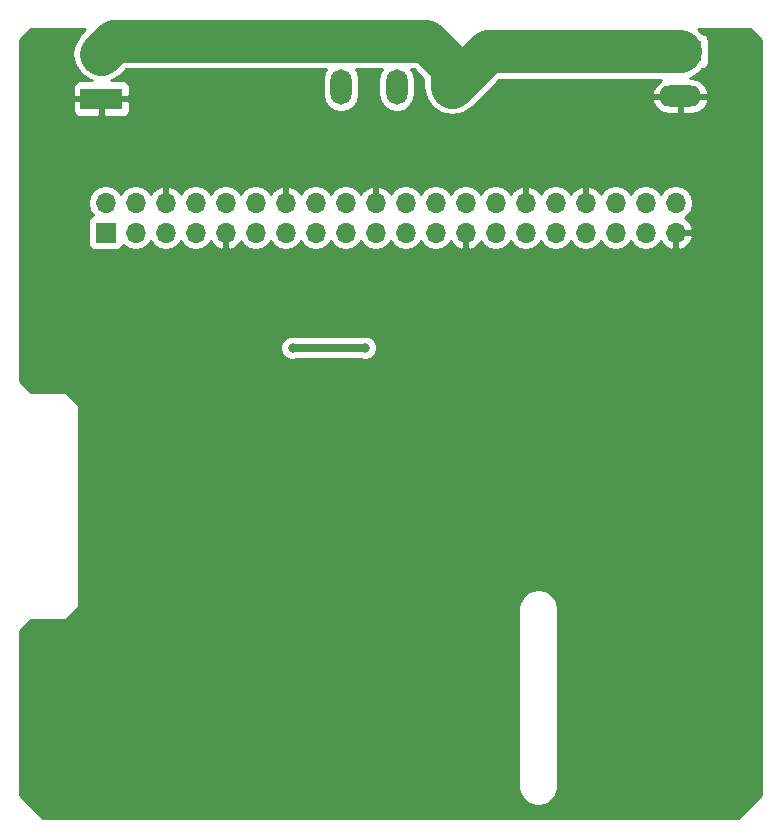
<source format=gbl>
G04 #@! TF.GenerationSoftware,KiCad,Pcbnew,(2017-02-06 revision 13395d34d)-master*
G04 #@! TF.CreationDate,2017-03-09T15:05:37-03:00*
G04 #@! TF.ProjectId,beast-phat,62656173742D706861742E6B69636164,rev?*
G04 #@! TF.FileFunction,Copper,L2,Bot,Signal*
G04 #@! TF.FilePolarity,Positive*
%FSLAX46Y46*%
G04 Gerber Fmt 4.6, Leading zero omitted, Abs format (unit mm)*
G04 Created by KiCad (PCBNEW (2017-02-06 revision 13395d34d)-master) date Thu Mar  9 15:05:37 2017*
%MOMM*%
%LPD*%
G01*
G04 APERTURE LIST*
%ADD10C,0.100000*%
%ADD11R,3.600000X1.800000*%
%ADD12O,3.600000X1.800000*%
%ADD13O,1.800000X3.000000*%
%ADD14O,1.700000X1.700000*%
%ADD15R,1.700000X1.700000*%
%ADD16C,0.800000*%
%ADD17C,0.700000*%
%ADD18C,3.600000*%
%ADD19C,0.254000*%
G04 APERTURE END LIST*
D10*
D11*
X102000000Y-63000000D03*
D12*
X102000000Y-59190000D03*
X151000000Y-62810000D03*
D11*
X151000000Y-59000000D03*
D13*
X131700000Y-62000000D03*
X127000000Y-62000000D03*
X122300000Y-62000000D03*
D14*
X150625000Y-71810000D03*
X150625000Y-74350000D03*
X148085000Y-71810000D03*
X148085000Y-74350000D03*
X145545000Y-71810000D03*
X145545000Y-74350000D03*
X143005000Y-71810000D03*
X143005000Y-74350000D03*
X140465000Y-71810000D03*
X140465000Y-74350000D03*
X137925000Y-71810000D03*
X137925000Y-74350000D03*
X135385000Y-71810000D03*
X135385000Y-74350000D03*
X132845000Y-71810000D03*
X132845000Y-74350000D03*
X130305000Y-71810000D03*
X130305000Y-74350000D03*
X127765000Y-71810000D03*
X127765000Y-74350000D03*
X125225000Y-71810000D03*
X125225000Y-74350000D03*
X122685000Y-71810000D03*
X122685000Y-74350000D03*
X120145000Y-71810000D03*
X120145000Y-74350000D03*
X117605000Y-71810000D03*
X117605000Y-74350000D03*
X115065000Y-71810000D03*
X115065000Y-74350000D03*
X112525000Y-71810000D03*
X112525000Y-74350000D03*
X109985000Y-71810000D03*
X109985000Y-74350000D03*
X107445000Y-71810000D03*
X107445000Y-74350000D03*
X104905000Y-71810000D03*
X104905000Y-74350000D03*
X102365000Y-71810000D03*
D15*
X102365000Y-74350000D03*
D16*
X120015000Y-89660000D03*
X119300000Y-88600000D03*
X120700000Y-88600000D03*
X119300000Y-90600000D03*
X120700000Y-90600000D03*
X124300000Y-84100000D03*
X118200000Y-84100000D03*
D17*
X118200000Y-84100000D02*
X124300000Y-84100000D01*
D18*
X102000000Y-59190000D02*
X102010000Y-59190000D01*
X102010000Y-59190000D02*
X103100000Y-58100000D01*
X131700000Y-60300000D02*
X131700000Y-62000000D01*
X129500000Y-58100000D02*
X131700000Y-60300000D01*
X103100000Y-58100000D02*
X129500000Y-58100000D01*
X131700000Y-62000000D02*
X134700000Y-59000000D01*
X134700000Y-59000000D02*
X151000000Y-59000000D01*
D19*
G36*
X100308332Y-57448058D02*
X100278195Y-57468195D01*
X99750353Y-58258166D01*
X99702065Y-58500925D01*
X99634141Y-58602581D01*
X99517296Y-59190000D01*
X99634141Y-59777419D01*
X99702065Y-59879075D01*
X99750353Y-60121834D01*
X100278195Y-60911805D01*
X101068166Y-61439647D01*
X101195624Y-61465000D01*
X100073690Y-61465000D01*
X99840301Y-61561673D01*
X99661673Y-61740302D01*
X99565000Y-61973691D01*
X99565000Y-62714250D01*
X99723750Y-62873000D01*
X101873000Y-62873000D01*
X101873000Y-62853000D01*
X102127000Y-62853000D01*
X102127000Y-62873000D01*
X104276250Y-62873000D01*
X104435000Y-62714250D01*
X104435000Y-61973691D01*
X104338327Y-61740302D01*
X104159699Y-61561673D01*
X103926310Y-61465000D01*
X102814377Y-61465000D01*
X102941835Y-61439647D01*
X103731805Y-60911805D01*
X104108610Y-60535000D01*
X121039371Y-60535000D01*
X120881845Y-60770754D01*
X120765000Y-61358173D01*
X120765000Y-62641827D01*
X120881845Y-63229246D01*
X121214591Y-63727236D01*
X121712581Y-64059982D01*
X122300000Y-64176827D01*
X122887419Y-64059982D01*
X123385409Y-63727236D01*
X123718155Y-63229246D01*
X123835000Y-62641827D01*
X123835000Y-61358173D01*
X123718155Y-60770754D01*
X123560629Y-60535000D01*
X125739371Y-60535000D01*
X125581845Y-60770754D01*
X125465000Y-61358173D01*
X125465000Y-62641827D01*
X125581845Y-63229246D01*
X125914591Y-63727236D01*
X126412581Y-64059982D01*
X127000000Y-64176827D01*
X127587419Y-64059982D01*
X128085409Y-63727236D01*
X128418155Y-63229246D01*
X128535000Y-62641827D01*
X128535000Y-61358173D01*
X128418155Y-60770754D01*
X128260629Y-60535000D01*
X128491390Y-60535000D01*
X129265000Y-61308610D01*
X129265000Y-62000000D01*
X129450353Y-62931835D01*
X129978195Y-63721805D01*
X130768165Y-64249647D01*
X131700000Y-64435000D01*
X132631835Y-64249647D01*
X133421805Y-63721805D01*
X133968870Y-63174740D01*
X148608964Y-63174740D01*
X148633244Y-63280086D01*
X148924788Y-63805606D01*
X149395248Y-64179554D01*
X149973000Y-64345000D01*
X150873000Y-64345000D01*
X150873000Y-62937000D01*
X151127000Y-62937000D01*
X151127000Y-64345000D01*
X152027000Y-64345000D01*
X152604752Y-64179554D01*
X153075212Y-63805606D01*
X153366756Y-63280086D01*
X153391036Y-63174740D01*
X153270378Y-62937000D01*
X151127000Y-62937000D01*
X150873000Y-62937000D01*
X148729622Y-62937000D01*
X148608964Y-63174740D01*
X133968870Y-63174740D01*
X135708610Y-61435000D01*
X149414266Y-61435000D01*
X149395248Y-61440446D01*
X148924788Y-61814394D01*
X148633244Y-62339914D01*
X148608964Y-62445260D01*
X148729622Y-62683000D01*
X150873000Y-62683000D01*
X150873000Y-62663000D01*
X151127000Y-62663000D01*
X151127000Y-62683000D01*
X153270378Y-62683000D01*
X153391036Y-62445260D01*
X153366756Y-62339914D01*
X153075212Y-61814394D01*
X152604752Y-61440446D01*
X152027000Y-61275000D01*
X151804376Y-61275000D01*
X151931834Y-61249647D01*
X152721805Y-60721805D01*
X152844184Y-60538651D01*
X153047765Y-60498157D01*
X153257809Y-60357809D01*
X153398157Y-60147765D01*
X153447440Y-59900000D01*
X153447440Y-58100000D01*
X153398157Y-57852235D01*
X153257809Y-57642191D01*
X153047765Y-57501843D01*
X152844184Y-57461349D01*
X152721805Y-57278195D01*
X152495526Y-57127000D01*
X156947394Y-57127000D01*
X157873000Y-58052606D01*
X157873000Y-121947394D01*
X155947394Y-123873000D01*
X97052606Y-123873000D01*
X95127000Y-121947394D01*
X95127000Y-108052606D01*
X96052606Y-107127000D01*
X99000000Y-107127000D01*
X99048601Y-107117333D01*
X99089803Y-107089803D01*
X99974606Y-106205000D01*
X137310000Y-106205000D01*
X137310000Y-121205000D01*
X137323162Y-121271170D01*
X137323162Y-121338636D01*
X137399282Y-121721319D01*
X137469152Y-121890000D01*
X137501563Y-121968248D01*
X137718336Y-122292672D01*
X137907328Y-122481664D01*
X138231751Y-122698437D01*
X138334032Y-122740803D01*
X138478681Y-122800718D01*
X138861364Y-122876838D01*
X139128636Y-122876838D01*
X139511319Y-122800718D01*
X139758248Y-122698437D01*
X139758249Y-122698436D01*
X140082672Y-122481664D01*
X140271664Y-122292672D01*
X140488437Y-121968249D01*
X140530803Y-121865968D01*
X140590718Y-121721319D01*
X140666838Y-121338636D01*
X140666838Y-121271170D01*
X140680000Y-121205000D01*
X140680000Y-106205000D01*
X140666838Y-106138830D01*
X140666838Y-106071364D01*
X140590718Y-105688681D01*
X140510594Y-105495243D01*
X140488437Y-105441751D01*
X140271664Y-105117328D01*
X140082672Y-104928336D01*
X139758248Y-104711563D01*
X139742403Y-104705000D01*
X139511319Y-104609282D01*
X139128636Y-104533162D01*
X138995000Y-104533162D01*
X138478681Y-104609282D01*
X138334032Y-104669197D01*
X138231751Y-104711563D01*
X137907328Y-104928336D01*
X137718336Y-105117328D01*
X137501564Y-105441751D01*
X137501563Y-105441752D01*
X137399282Y-105688681D01*
X137323162Y-106071364D01*
X137323162Y-106138830D01*
X137310000Y-106205000D01*
X99974606Y-106205000D01*
X100089803Y-106089803D01*
X100117333Y-106048601D01*
X100127000Y-106000000D01*
X100127000Y-89000000D01*
X100117333Y-88951399D01*
X100089803Y-88910197D01*
X99089803Y-87910197D01*
X99048601Y-87882667D01*
X99000000Y-87873000D01*
X96052606Y-87873000D01*
X95127000Y-86947394D01*
X95127000Y-84304971D01*
X117164821Y-84304971D01*
X117322058Y-84685515D01*
X117612954Y-84976919D01*
X117993223Y-85134820D01*
X118404971Y-85135179D01*
X118526414Y-85085000D01*
X123973243Y-85085000D01*
X124093223Y-85134820D01*
X124504971Y-85135179D01*
X124885515Y-84977942D01*
X125176919Y-84687046D01*
X125334820Y-84306777D01*
X125335179Y-83895029D01*
X125177942Y-83514485D01*
X124887046Y-83223081D01*
X124506777Y-83065180D01*
X124095029Y-83064821D01*
X123973586Y-83115000D01*
X118526757Y-83115000D01*
X118406777Y-83065180D01*
X117995029Y-83064821D01*
X117614485Y-83222058D01*
X117323081Y-83512954D01*
X117165180Y-83893223D01*
X117164821Y-84304971D01*
X95127000Y-84304971D01*
X95127000Y-73500000D01*
X100867560Y-73500000D01*
X100867560Y-75200000D01*
X100916843Y-75447765D01*
X101057191Y-75657809D01*
X101267235Y-75798157D01*
X101515000Y-75847440D01*
X103215000Y-75847440D01*
X103462765Y-75798157D01*
X103672809Y-75657809D01*
X103813157Y-75447765D01*
X103825597Y-75385223D01*
X103854946Y-75429147D01*
X104336715Y-75751054D01*
X104905000Y-75864093D01*
X105473285Y-75751054D01*
X105955054Y-75429147D01*
X106175000Y-75099974D01*
X106394946Y-75429147D01*
X106876715Y-75751054D01*
X107445000Y-75864093D01*
X108013285Y-75751054D01*
X108495054Y-75429147D01*
X108715000Y-75099974D01*
X108934946Y-75429147D01*
X109416715Y-75751054D01*
X109985000Y-75864093D01*
X110553285Y-75751054D01*
X111035054Y-75429147D01*
X111262702Y-75088447D01*
X111329817Y-75231358D01*
X111758076Y-75621645D01*
X112168110Y-75791476D01*
X112398000Y-75670155D01*
X112398000Y-74477000D01*
X112378000Y-74477000D01*
X112378000Y-74223000D01*
X112398000Y-74223000D01*
X112398000Y-74203000D01*
X112652000Y-74203000D01*
X112652000Y-74223000D01*
X112672000Y-74223000D01*
X112672000Y-74477000D01*
X112652000Y-74477000D01*
X112652000Y-75670155D01*
X112881890Y-75791476D01*
X113291924Y-75621645D01*
X113720183Y-75231358D01*
X113787298Y-75088447D01*
X114014946Y-75429147D01*
X114496715Y-75751054D01*
X115065000Y-75864093D01*
X115633285Y-75751054D01*
X116115054Y-75429147D01*
X116335000Y-75099974D01*
X116554946Y-75429147D01*
X117036715Y-75751054D01*
X117605000Y-75864093D01*
X118173285Y-75751054D01*
X118655054Y-75429147D01*
X118875000Y-75099974D01*
X119094946Y-75429147D01*
X119576715Y-75751054D01*
X120145000Y-75864093D01*
X120713285Y-75751054D01*
X121195054Y-75429147D01*
X121415000Y-75099974D01*
X121634946Y-75429147D01*
X122116715Y-75751054D01*
X122685000Y-75864093D01*
X123253285Y-75751054D01*
X123735054Y-75429147D01*
X123955000Y-75099974D01*
X124174946Y-75429147D01*
X124656715Y-75751054D01*
X125225000Y-75864093D01*
X125793285Y-75751054D01*
X126275054Y-75429147D01*
X126495000Y-75099974D01*
X126714946Y-75429147D01*
X127196715Y-75751054D01*
X127765000Y-75864093D01*
X128333285Y-75751054D01*
X128815054Y-75429147D01*
X129035000Y-75099974D01*
X129254946Y-75429147D01*
X129736715Y-75751054D01*
X130305000Y-75864093D01*
X130873285Y-75751054D01*
X131355054Y-75429147D01*
X131582702Y-75088447D01*
X131649817Y-75231358D01*
X132078076Y-75621645D01*
X132488110Y-75791476D01*
X132718000Y-75670155D01*
X132718000Y-74477000D01*
X132698000Y-74477000D01*
X132698000Y-74223000D01*
X132718000Y-74223000D01*
X132718000Y-74203000D01*
X132972000Y-74203000D01*
X132972000Y-74223000D01*
X132992000Y-74223000D01*
X132992000Y-74477000D01*
X132972000Y-74477000D01*
X132972000Y-75670155D01*
X133201890Y-75791476D01*
X133611924Y-75621645D01*
X134040183Y-75231358D01*
X134107298Y-75088447D01*
X134334946Y-75429147D01*
X134816715Y-75751054D01*
X135385000Y-75864093D01*
X135953285Y-75751054D01*
X136435054Y-75429147D01*
X136655000Y-75099974D01*
X136874946Y-75429147D01*
X137356715Y-75751054D01*
X137925000Y-75864093D01*
X138493285Y-75751054D01*
X138975054Y-75429147D01*
X139195000Y-75099974D01*
X139414946Y-75429147D01*
X139896715Y-75751054D01*
X140465000Y-75864093D01*
X141033285Y-75751054D01*
X141515054Y-75429147D01*
X141735000Y-75099974D01*
X141954946Y-75429147D01*
X142436715Y-75751054D01*
X143005000Y-75864093D01*
X143573285Y-75751054D01*
X144055054Y-75429147D01*
X144275000Y-75099974D01*
X144494946Y-75429147D01*
X144976715Y-75751054D01*
X145545000Y-75864093D01*
X146113285Y-75751054D01*
X146595054Y-75429147D01*
X146815000Y-75099974D01*
X147034946Y-75429147D01*
X147516715Y-75751054D01*
X148085000Y-75864093D01*
X148653285Y-75751054D01*
X149135054Y-75429147D01*
X149362702Y-75088447D01*
X149429817Y-75231358D01*
X149858076Y-75621645D01*
X150268110Y-75791476D01*
X150498000Y-75670155D01*
X150498000Y-74477000D01*
X150752000Y-74477000D01*
X150752000Y-75670155D01*
X150981890Y-75791476D01*
X151391924Y-75621645D01*
X151820183Y-75231358D01*
X152066486Y-74706892D01*
X151945819Y-74477000D01*
X150752000Y-74477000D01*
X150498000Y-74477000D01*
X150478000Y-74477000D01*
X150478000Y-74223000D01*
X150498000Y-74223000D01*
X150498000Y-74203000D01*
X150752000Y-74203000D01*
X150752000Y-74223000D01*
X151945819Y-74223000D01*
X152066486Y-73993108D01*
X151820183Y-73468642D01*
X151391924Y-73078355D01*
X151391899Y-73078345D01*
X151675054Y-72889147D01*
X151996961Y-72407378D01*
X152110000Y-71839093D01*
X152110000Y-71780907D01*
X151996961Y-71212622D01*
X151675054Y-70730853D01*
X151193285Y-70408946D01*
X150625000Y-70295907D01*
X150056715Y-70408946D01*
X149574946Y-70730853D01*
X149355000Y-71060026D01*
X149135054Y-70730853D01*
X148653285Y-70408946D01*
X148085000Y-70295907D01*
X147516715Y-70408946D01*
X147034946Y-70730853D01*
X146815000Y-71060026D01*
X146595054Y-70730853D01*
X146113285Y-70408946D01*
X145545000Y-70295907D01*
X144976715Y-70408946D01*
X144494946Y-70730853D01*
X144267298Y-71071553D01*
X144200183Y-70928642D01*
X143771924Y-70538355D01*
X143361890Y-70368524D01*
X143132000Y-70489845D01*
X143132000Y-71683000D01*
X143152000Y-71683000D01*
X143152000Y-71937000D01*
X143132000Y-71937000D01*
X143132000Y-71957000D01*
X142878000Y-71957000D01*
X142878000Y-71937000D01*
X142858000Y-71937000D01*
X142858000Y-71683000D01*
X142878000Y-71683000D01*
X142878000Y-70489845D01*
X142648110Y-70368524D01*
X142238076Y-70538355D01*
X141809817Y-70928642D01*
X141742702Y-71071553D01*
X141515054Y-70730853D01*
X141033285Y-70408946D01*
X140465000Y-70295907D01*
X139896715Y-70408946D01*
X139414946Y-70730853D01*
X139187298Y-71071553D01*
X139120183Y-70928642D01*
X138691924Y-70538355D01*
X138281890Y-70368524D01*
X138052000Y-70489845D01*
X138052000Y-71683000D01*
X138072000Y-71683000D01*
X138072000Y-71937000D01*
X138052000Y-71937000D01*
X138052000Y-71957000D01*
X137798000Y-71957000D01*
X137798000Y-71937000D01*
X137778000Y-71937000D01*
X137778000Y-71683000D01*
X137798000Y-71683000D01*
X137798000Y-70489845D01*
X137568110Y-70368524D01*
X137158076Y-70538355D01*
X136729817Y-70928642D01*
X136662702Y-71071553D01*
X136435054Y-70730853D01*
X135953285Y-70408946D01*
X135385000Y-70295907D01*
X134816715Y-70408946D01*
X134334946Y-70730853D01*
X134115000Y-71060026D01*
X133895054Y-70730853D01*
X133413285Y-70408946D01*
X132845000Y-70295907D01*
X132276715Y-70408946D01*
X131794946Y-70730853D01*
X131575000Y-71060026D01*
X131355054Y-70730853D01*
X130873285Y-70408946D01*
X130305000Y-70295907D01*
X129736715Y-70408946D01*
X129254946Y-70730853D01*
X129035000Y-71060026D01*
X128815054Y-70730853D01*
X128333285Y-70408946D01*
X127765000Y-70295907D01*
X127196715Y-70408946D01*
X126714946Y-70730853D01*
X126487298Y-71071553D01*
X126420183Y-70928642D01*
X125991924Y-70538355D01*
X125581890Y-70368524D01*
X125352000Y-70489845D01*
X125352000Y-71683000D01*
X125372000Y-71683000D01*
X125372000Y-71937000D01*
X125352000Y-71937000D01*
X125352000Y-71957000D01*
X125098000Y-71957000D01*
X125098000Y-71937000D01*
X125078000Y-71937000D01*
X125078000Y-71683000D01*
X125098000Y-71683000D01*
X125098000Y-70489845D01*
X124868110Y-70368524D01*
X124458076Y-70538355D01*
X124029817Y-70928642D01*
X123962702Y-71071553D01*
X123735054Y-70730853D01*
X123253285Y-70408946D01*
X122685000Y-70295907D01*
X122116715Y-70408946D01*
X121634946Y-70730853D01*
X121415000Y-71060026D01*
X121195054Y-70730853D01*
X120713285Y-70408946D01*
X120145000Y-70295907D01*
X119576715Y-70408946D01*
X119094946Y-70730853D01*
X118867298Y-71071553D01*
X118800183Y-70928642D01*
X118371924Y-70538355D01*
X117961890Y-70368524D01*
X117732000Y-70489845D01*
X117732000Y-71683000D01*
X117752000Y-71683000D01*
X117752000Y-71937000D01*
X117732000Y-71937000D01*
X117732000Y-71957000D01*
X117478000Y-71957000D01*
X117478000Y-71937000D01*
X117458000Y-71937000D01*
X117458000Y-71683000D01*
X117478000Y-71683000D01*
X117478000Y-70489845D01*
X117248110Y-70368524D01*
X116838076Y-70538355D01*
X116409817Y-70928642D01*
X116342702Y-71071553D01*
X116115054Y-70730853D01*
X115633285Y-70408946D01*
X115065000Y-70295907D01*
X114496715Y-70408946D01*
X114014946Y-70730853D01*
X113795000Y-71060026D01*
X113575054Y-70730853D01*
X113093285Y-70408946D01*
X112525000Y-70295907D01*
X111956715Y-70408946D01*
X111474946Y-70730853D01*
X111255000Y-71060026D01*
X111035054Y-70730853D01*
X110553285Y-70408946D01*
X109985000Y-70295907D01*
X109416715Y-70408946D01*
X108934946Y-70730853D01*
X108707298Y-71071553D01*
X108640183Y-70928642D01*
X108211924Y-70538355D01*
X107801890Y-70368524D01*
X107572000Y-70489845D01*
X107572000Y-71683000D01*
X107592000Y-71683000D01*
X107592000Y-71937000D01*
X107572000Y-71937000D01*
X107572000Y-71957000D01*
X107318000Y-71957000D01*
X107318000Y-71937000D01*
X107298000Y-71937000D01*
X107298000Y-71683000D01*
X107318000Y-71683000D01*
X107318000Y-70489845D01*
X107088110Y-70368524D01*
X106678076Y-70538355D01*
X106249817Y-70928642D01*
X106182702Y-71071553D01*
X105955054Y-70730853D01*
X105473285Y-70408946D01*
X104905000Y-70295907D01*
X104336715Y-70408946D01*
X103854946Y-70730853D01*
X103635000Y-71060026D01*
X103415054Y-70730853D01*
X102933285Y-70408946D01*
X102365000Y-70295907D01*
X101796715Y-70408946D01*
X101314946Y-70730853D01*
X100993039Y-71212622D01*
X100880000Y-71780907D01*
X100880000Y-71839093D01*
X100993039Y-72407378D01*
X101314946Y-72889147D01*
X101318643Y-72891617D01*
X101267235Y-72901843D01*
X101057191Y-73042191D01*
X100916843Y-73252235D01*
X100867560Y-73500000D01*
X95127000Y-73500000D01*
X95127000Y-63285750D01*
X99565000Y-63285750D01*
X99565000Y-64026309D01*
X99661673Y-64259698D01*
X99840301Y-64438327D01*
X100073690Y-64535000D01*
X101714250Y-64535000D01*
X101873000Y-64376250D01*
X101873000Y-63127000D01*
X102127000Y-63127000D01*
X102127000Y-64376250D01*
X102285750Y-64535000D01*
X103926310Y-64535000D01*
X104159699Y-64438327D01*
X104338327Y-64259698D01*
X104435000Y-64026309D01*
X104435000Y-63285750D01*
X104276250Y-63127000D01*
X102127000Y-63127000D01*
X101873000Y-63127000D01*
X99723750Y-63127000D01*
X99565000Y-63285750D01*
X95127000Y-63285750D01*
X95127000Y-58052606D01*
X96052606Y-57127000D01*
X100629390Y-57127000D01*
X100308332Y-57448058D01*
X100308332Y-57448058D01*
G37*
X100308332Y-57448058D02*
X100278195Y-57468195D01*
X99750353Y-58258166D01*
X99702065Y-58500925D01*
X99634141Y-58602581D01*
X99517296Y-59190000D01*
X99634141Y-59777419D01*
X99702065Y-59879075D01*
X99750353Y-60121834D01*
X100278195Y-60911805D01*
X101068166Y-61439647D01*
X101195624Y-61465000D01*
X100073690Y-61465000D01*
X99840301Y-61561673D01*
X99661673Y-61740302D01*
X99565000Y-61973691D01*
X99565000Y-62714250D01*
X99723750Y-62873000D01*
X101873000Y-62873000D01*
X101873000Y-62853000D01*
X102127000Y-62853000D01*
X102127000Y-62873000D01*
X104276250Y-62873000D01*
X104435000Y-62714250D01*
X104435000Y-61973691D01*
X104338327Y-61740302D01*
X104159699Y-61561673D01*
X103926310Y-61465000D01*
X102814377Y-61465000D01*
X102941835Y-61439647D01*
X103731805Y-60911805D01*
X104108610Y-60535000D01*
X121039371Y-60535000D01*
X120881845Y-60770754D01*
X120765000Y-61358173D01*
X120765000Y-62641827D01*
X120881845Y-63229246D01*
X121214591Y-63727236D01*
X121712581Y-64059982D01*
X122300000Y-64176827D01*
X122887419Y-64059982D01*
X123385409Y-63727236D01*
X123718155Y-63229246D01*
X123835000Y-62641827D01*
X123835000Y-61358173D01*
X123718155Y-60770754D01*
X123560629Y-60535000D01*
X125739371Y-60535000D01*
X125581845Y-60770754D01*
X125465000Y-61358173D01*
X125465000Y-62641827D01*
X125581845Y-63229246D01*
X125914591Y-63727236D01*
X126412581Y-64059982D01*
X127000000Y-64176827D01*
X127587419Y-64059982D01*
X128085409Y-63727236D01*
X128418155Y-63229246D01*
X128535000Y-62641827D01*
X128535000Y-61358173D01*
X128418155Y-60770754D01*
X128260629Y-60535000D01*
X128491390Y-60535000D01*
X129265000Y-61308610D01*
X129265000Y-62000000D01*
X129450353Y-62931835D01*
X129978195Y-63721805D01*
X130768165Y-64249647D01*
X131700000Y-64435000D01*
X132631835Y-64249647D01*
X133421805Y-63721805D01*
X133968870Y-63174740D01*
X148608964Y-63174740D01*
X148633244Y-63280086D01*
X148924788Y-63805606D01*
X149395248Y-64179554D01*
X149973000Y-64345000D01*
X150873000Y-64345000D01*
X150873000Y-62937000D01*
X151127000Y-62937000D01*
X151127000Y-64345000D01*
X152027000Y-64345000D01*
X152604752Y-64179554D01*
X153075212Y-63805606D01*
X153366756Y-63280086D01*
X153391036Y-63174740D01*
X153270378Y-62937000D01*
X151127000Y-62937000D01*
X150873000Y-62937000D01*
X148729622Y-62937000D01*
X148608964Y-63174740D01*
X133968870Y-63174740D01*
X135708610Y-61435000D01*
X149414266Y-61435000D01*
X149395248Y-61440446D01*
X148924788Y-61814394D01*
X148633244Y-62339914D01*
X148608964Y-62445260D01*
X148729622Y-62683000D01*
X150873000Y-62683000D01*
X150873000Y-62663000D01*
X151127000Y-62663000D01*
X151127000Y-62683000D01*
X153270378Y-62683000D01*
X153391036Y-62445260D01*
X153366756Y-62339914D01*
X153075212Y-61814394D01*
X152604752Y-61440446D01*
X152027000Y-61275000D01*
X151804376Y-61275000D01*
X151931834Y-61249647D01*
X152721805Y-60721805D01*
X152844184Y-60538651D01*
X153047765Y-60498157D01*
X153257809Y-60357809D01*
X153398157Y-60147765D01*
X153447440Y-59900000D01*
X153447440Y-58100000D01*
X153398157Y-57852235D01*
X153257809Y-57642191D01*
X153047765Y-57501843D01*
X152844184Y-57461349D01*
X152721805Y-57278195D01*
X152495526Y-57127000D01*
X156947394Y-57127000D01*
X157873000Y-58052606D01*
X157873000Y-121947394D01*
X155947394Y-123873000D01*
X97052606Y-123873000D01*
X95127000Y-121947394D01*
X95127000Y-108052606D01*
X96052606Y-107127000D01*
X99000000Y-107127000D01*
X99048601Y-107117333D01*
X99089803Y-107089803D01*
X99974606Y-106205000D01*
X137310000Y-106205000D01*
X137310000Y-121205000D01*
X137323162Y-121271170D01*
X137323162Y-121338636D01*
X137399282Y-121721319D01*
X137469152Y-121890000D01*
X137501563Y-121968248D01*
X137718336Y-122292672D01*
X137907328Y-122481664D01*
X138231751Y-122698437D01*
X138334032Y-122740803D01*
X138478681Y-122800718D01*
X138861364Y-122876838D01*
X139128636Y-122876838D01*
X139511319Y-122800718D01*
X139758248Y-122698437D01*
X139758249Y-122698436D01*
X140082672Y-122481664D01*
X140271664Y-122292672D01*
X140488437Y-121968249D01*
X140530803Y-121865968D01*
X140590718Y-121721319D01*
X140666838Y-121338636D01*
X140666838Y-121271170D01*
X140680000Y-121205000D01*
X140680000Y-106205000D01*
X140666838Y-106138830D01*
X140666838Y-106071364D01*
X140590718Y-105688681D01*
X140510594Y-105495243D01*
X140488437Y-105441751D01*
X140271664Y-105117328D01*
X140082672Y-104928336D01*
X139758248Y-104711563D01*
X139742403Y-104705000D01*
X139511319Y-104609282D01*
X139128636Y-104533162D01*
X138995000Y-104533162D01*
X138478681Y-104609282D01*
X138334032Y-104669197D01*
X138231751Y-104711563D01*
X137907328Y-104928336D01*
X137718336Y-105117328D01*
X137501564Y-105441751D01*
X137501563Y-105441752D01*
X137399282Y-105688681D01*
X137323162Y-106071364D01*
X137323162Y-106138830D01*
X137310000Y-106205000D01*
X99974606Y-106205000D01*
X100089803Y-106089803D01*
X100117333Y-106048601D01*
X100127000Y-106000000D01*
X100127000Y-89000000D01*
X100117333Y-88951399D01*
X100089803Y-88910197D01*
X99089803Y-87910197D01*
X99048601Y-87882667D01*
X99000000Y-87873000D01*
X96052606Y-87873000D01*
X95127000Y-86947394D01*
X95127000Y-84304971D01*
X117164821Y-84304971D01*
X117322058Y-84685515D01*
X117612954Y-84976919D01*
X117993223Y-85134820D01*
X118404971Y-85135179D01*
X118526414Y-85085000D01*
X123973243Y-85085000D01*
X124093223Y-85134820D01*
X124504971Y-85135179D01*
X124885515Y-84977942D01*
X125176919Y-84687046D01*
X125334820Y-84306777D01*
X125335179Y-83895029D01*
X125177942Y-83514485D01*
X124887046Y-83223081D01*
X124506777Y-83065180D01*
X124095029Y-83064821D01*
X123973586Y-83115000D01*
X118526757Y-83115000D01*
X118406777Y-83065180D01*
X117995029Y-83064821D01*
X117614485Y-83222058D01*
X117323081Y-83512954D01*
X117165180Y-83893223D01*
X117164821Y-84304971D01*
X95127000Y-84304971D01*
X95127000Y-73500000D01*
X100867560Y-73500000D01*
X100867560Y-75200000D01*
X100916843Y-75447765D01*
X101057191Y-75657809D01*
X101267235Y-75798157D01*
X101515000Y-75847440D01*
X103215000Y-75847440D01*
X103462765Y-75798157D01*
X103672809Y-75657809D01*
X103813157Y-75447765D01*
X103825597Y-75385223D01*
X103854946Y-75429147D01*
X104336715Y-75751054D01*
X104905000Y-75864093D01*
X105473285Y-75751054D01*
X105955054Y-75429147D01*
X106175000Y-75099974D01*
X106394946Y-75429147D01*
X106876715Y-75751054D01*
X107445000Y-75864093D01*
X108013285Y-75751054D01*
X108495054Y-75429147D01*
X108715000Y-75099974D01*
X108934946Y-75429147D01*
X109416715Y-75751054D01*
X109985000Y-75864093D01*
X110553285Y-75751054D01*
X111035054Y-75429147D01*
X111262702Y-75088447D01*
X111329817Y-75231358D01*
X111758076Y-75621645D01*
X112168110Y-75791476D01*
X112398000Y-75670155D01*
X112398000Y-74477000D01*
X112378000Y-74477000D01*
X112378000Y-74223000D01*
X112398000Y-74223000D01*
X112398000Y-74203000D01*
X112652000Y-74203000D01*
X112652000Y-74223000D01*
X112672000Y-74223000D01*
X112672000Y-74477000D01*
X112652000Y-74477000D01*
X112652000Y-75670155D01*
X112881890Y-75791476D01*
X113291924Y-75621645D01*
X113720183Y-75231358D01*
X113787298Y-75088447D01*
X114014946Y-75429147D01*
X114496715Y-75751054D01*
X115065000Y-75864093D01*
X115633285Y-75751054D01*
X116115054Y-75429147D01*
X116335000Y-75099974D01*
X116554946Y-75429147D01*
X117036715Y-75751054D01*
X117605000Y-75864093D01*
X118173285Y-75751054D01*
X118655054Y-75429147D01*
X118875000Y-75099974D01*
X119094946Y-75429147D01*
X119576715Y-75751054D01*
X120145000Y-75864093D01*
X120713285Y-75751054D01*
X121195054Y-75429147D01*
X121415000Y-75099974D01*
X121634946Y-75429147D01*
X122116715Y-75751054D01*
X122685000Y-75864093D01*
X123253285Y-75751054D01*
X123735054Y-75429147D01*
X123955000Y-75099974D01*
X124174946Y-75429147D01*
X124656715Y-75751054D01*
X125225000Y-75864093D01*
X125793285Y-75751054D01*
X126275054Y-75429147D01*
X126495000Y-75099974D01*
X126714946Y-75429147D01*
X127196715Y-75751054D01*
X127765000Y-75864093D01*
X128333285Y-75751054D01*
X128815054Y-75429147D01*
X129035000Y-75099974D01*
X129254946Y-75429147D01*
X129736715Y-75751054D01*
X130305000Y-75864093D01*
X130873285Y-75751054D01*
X131355054Y-75429147D01*
X131582702Y-75088447D01*
X131649817Y-75231358D01*
X132078076Y-75621645D01*
X132488110Y-75791476D01*
X132718000Y-75670155D01*
X132718000Y-74477000D01*
X132698000Y-74477000D01*
X132698000Y-74223000D01*
X132718000Y-74223000D01*
X132718000Y-74203000D01*
X132972000Y-74203000D01*
X132972000Y-74223000D01*
X132992000Y-74223000D01*
X132992000Y-74477000D01*
X132972000Y-74477000D01*
X132972000Y-75670155D01*
X133201890Y-75791476D01*
X133611924Y-75621645D01*
X134040183Y-75231358D01*
X134107298Y-75088447D01*
X134334946Y-75429147D01*
X134816715Y-75751054D01*
X135385000Y-75864093D01*
X135953285Y-75751054D01*
X136435054Y-75429147D01*
X136655000Y-75099974D01*
X136874946Y-75429147D01*
X137356715Y-75751054D01*
X137925000Y-75864093D01*
X138493285Y-75751054D01*
X138975054Y-75429147D01*
X139195000Y-75099974D01*
X139414946Y-75429147D01*
X139896715Y-75751054D01*
X140465000Y-75864093D01*
X141033285Y-75751054D01*
X141515054Y-75429147D01*
X141735000Y-75099974D01*
X141954946Y-75429147D01*
X142436715Y-75751054D01*
X143005000Y-75864093D01*
X143573285Y-75751054D01*
X144055054Y-75429147D01*
X144275000Y-75099974D01*
X144494946Y-75429147D01*
X144976715Y-75751054D01*
X145545000Y-75864093D01*
X146113285Y-75751054D01*
X146595054Y-75429147D01*
X146815000Y-75099974D01*
X147034946Y-75429147D01*
X147516715Y-75751054D01*
X148085000Y-75864093D01*
X148653285Y-75751054D01*
X149135054Y-75429147D01*
X149362702Y-75088447D01*
X149429817Y-75231358D01*
X149858076Y-75621645D01*
X150268110Y-75791476D01*
X150498000Y-75670155D01*
X150498000Y-74477000D01*
X150752000Y-74477000D01*
X150752000Y-75670155D01*
X150981890Y-75791476D01*
X151391924Y-75621645D01*
X151820183Y-75231358D01*
X152066486Y-74706892D01*
X151945819Y-74477000D01*
X150752000Y-74477000D01*
X150498000Y-74477000D01*
X150478000Y-74477000D01*
X150478000Y-74223000D01*
X150498000Y-74223000D01*
X150498000Y-74203000D01*
X150752000Y-74203000D01*
X150752000Y-74223000D01*
X151945819Y-74223000D01*
X152066486Y-73993108D01*
X151820183Y-73468642D01*
X151391924Y-73078355D01*
X151391899Y-73078345D01*
X151675054Y-72889147D01*
X151996961Y-72407378D01*
X152110000Y-71839093D01*
X152110000Y-71780907D01*
X151996961Y-71212622D01*
X151675054Y-70730853D01*
X151193285Y-70408946D01*
X150625000Y-70295907D01*
X150056715Y-70408946D01*
X149574946Y-70730853D01*
X149355000Y-71060026D01*
X149135054Y-70730853D01*
X148653285Y-70408946D01*
X148085000Y-70295907D01*
X147516715Y-70408946D01*
X147034946Y-70730853D01*
X146815000Y-71060026D01*
X146595054Y-70730853D01*
X146113285Y-70408946D01*
X145545000Y-70295907D01*
X144976715Y-70408946D01*
X144494946Y-70730853D01*
X144267298Y-71071553D01*
X144200183Y-70928642D01*
X143771924Y-70538355D01*
X143361890Y-70368524D01*
X143132000Y-70489845D01*
X143132000Y-71683000D01*
X143152000Y-71683000D01*
X143152000Y-71937000D01*
X143132000Y-71937000D01*
X143132000Y-71957000D01*
X142878000Y-71957000D01*
X142878000Y-71937000D01*
X142858000Y-71937000D01*
X142858000Y-71683000D01*
X142878000Y-71683000D01*
X142878000Y-70489845D01*
X142648110Y-70368524D01*
X142238076Y-70538355D01*
X141809817Y-70928642D01*
X141742702Y-71071553D01*
X141515054Y-70730853D01*
X141033285Y-70408946D01*
X140465000Y-70295907D01*
X139896715Y-70408946D01*
X139414946Y-70730853D01*
X139187298Y-71071553D01*
X139120183Y-70928642D01*
X138691924Y-70538355D01*
X138281890Y-70368524D01*
X138052000Y-70489845D01*
X138052000Y-71683000D01*
X138072000Y-71683000D01*
X138072000Y-71937000D01*
X138052000Y-71937000D01*
X138052000Y-71957000D01*
X137798000Y-71957000D01*
X137798000Y-71937000D01*
X137778000Y-71937000D01*
X137778000Y-71683000D01*
X137798000Y-71683000D01*
X137798000Y-70489845D01*
X137568110Y-70368524D01*
X137158076Y-70538355D01*
X136729817Y-70928642D01*
X136662702Y-71071553D01*
X136435054Y-70730853D01*
X135953285Y-70408946D01*
X135385000Y-70295907D01*
X134816715Y-70408946D01*
X134334946Y-70730853D01*
X134115000Y-71060026D01*
X133895054Y-70730853D01*
X133413285Y-70408946D01*
X132845000Y-70295907D01*
X132276715Y-70408946D01*
X131794946Y-70730853D01*
X131575000Y-71060026D01*
X131355054Y-70730853D01*
X130873285Y-70408946D01*
X130305000Y-70295907D01*
X129736715Y-70408946D01*
X129254946Y-70730853D01*
X129035000Y-71060026D01*
X128815054Y-70730853D01*
X128333285Y-70408946D01*
X127765000Y-70295907D01*
X127196715Y-70408946D01*
X126714946Y-70730853D01*
X126487298Y-71071553D01*
X126420183Y-70928642D01*
X125991924Y-70538355D01*
X125581890Y-70368524D01*
X125352000Y-70489845D01*
X125352000Y-71683000D01*
X125372000Y-71683000D01*
X125372000Y-71937000D01*
X125352000Y-71937000D01*
X125352000Y-71957000D01*
X125098000Y-71957000D01*
X125098000Y-71937000D01*
X125078000Y-71937000D01*
X125078000Y-71683000D01*
X125098000Y-71683000D01*
X125098000Y-70489845D01*
X124868110Y-70368524D01*
X124458076Y-70538355D01*
X124029817Y-70928642D01*
X123962702Y-71071553D01*
X123735054Y-70730853D01*
X123253285Y-70408946D01*
X122685000Y-70295907D01*
X122116715Y-70408946D01*
X121634946Y-70730853D01*
X121415000Y-71060026D01*
X121195054Y-70730853D01*
X120713285Y-70408946D01*
X120145000Y-70295907D01*
X119576715Y-70408946D01*
X119094946Y-70730853D01*
X118867298Y-71071553D01*
X118800183Y-70928642D01*
X118371924Y-70538355D01*
X117961890Y-70368524D01*
X117732000Y-70489845D01*
X117732000Y-71683000D01*
X117752000Y-71683000D01*
X117752000Y-71937000D01*
X117732000Y-71937000D01*
X117732000Y-71957000D01*
X117478000Y-71957000D01*
X117478000Y-71937000D01*
X117458000Y-71937000D01*
X117458000Y-71683000D01*
X117478000Y-71683000D01*
X117478000Y-70489845D01*
X117248110Y-70368524D01*
X116838076Y-70538355D01*
X116409817Y-70928642D01*
X116342702Y-71071553D01*
X116115054Y-70730853D01*
X115633285Y-70408946D01*
X115065000Y-70295907D01*
X114496715Y-70408946D01*
X114014946Y-70730853D01*
X113795000Y-71060026D01*
X113575054Y-70730853D01*
X113093285Y-70408946D01*
X112525000Y-70295907D01*
X111956715Y-70408946D01*
X111474946Y-70730853D01*
X111255000Y-71060026D01*
X111035054Y-70730853D01*
X110553285Y-70408946D01*
X109985000Y-70295907D01*
X109416715Y-70408946D01*
X108934946Y-70730853D01*
X108707298Y-71071553D01*
X108640183Y-70928642D01*
X108211924Y-70538355D01*
X107801890Y-70368524D01*
X107572000Y-70489845D01*
X107572000Y-71683000D01*
X107592000Y-71683000D01*
X107592000Y-71937000D01*
X107572000Y-71937000D01*
X107572000Y-71957000D01*
X107318000Y-71957000D01*
X107318000Y-71937000D01*
X107298000Y-71937000D01*
X107298000Y-71683000D01*
X107318000Y-71683000D01*
X107318000Y-70489845D01*
X107088110Y-70368524D01*
X106678076Y-70538355D01*
X106249817Y-70928642D01*
X106182702Y-71071553D01*
X105955054Y-70730853D01*
X105473285Y-70408946D01*
X104905000Y-70295907D01*
X104336715Y-70408946D01*
X103854946Y-70730853D01*
X103635000Y-71060026D01*
X103415054Y-70730853D01*
X102933285Y-70408946D01*
X102365000Y-70295907D01*
X101796715Y-70408946D01*
X101314946Y-70730853D01*
X100993039Y-71212622D01*
X100880000Y-71780907D01*
X100880000Y-71839093D01*
X100993039Y-72407378D01*
X101314946Y-72889147D01*
X101318643Y-72891617D01*
X101267235Y-72901843D01*
X101057191Y-73042191D01*
X100916843Y-73252235D01*
X100867560Y-73500000D01*
X95127000Y-73500000D01*
X95127000Y-63285750D01*
X99565000Y-63285750D01*
X99565000Y-64026309D01*
X99661673Y-64259698D01*
X99840301Y-64438327D01*
X100073690Y-64535000D01*
X101714250Y-64535000D01*
X101873000Y-64376250D01*
X101873000Y-63127000D01*
X102127000Y-63127000D01*
X102127000Y-64376250D01*
X102285750Y-64535000D01*
X103926310Y-64535000D01*
X104159699Y-64438327D01*
X104338327Y-64259698D01*
X104435000Y-64026309D01*
X104435000Y-63285750D01*
X104276250Y-63127000D01*
X102127000Y-63127000D01*
X101873000Y-63127000D01*
X99723750Y-63127000D01*
X99565000Y-63285750D01*
X95127000Y-63285750D01*
X95127000Y-58052606D01*
X96052606Y-57127000D01*
X100629390Y-57127000D01*
X100308332Y-57448058D01*
M02*

</source>
